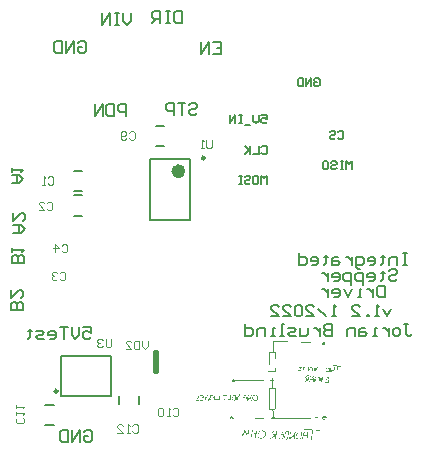
<source format=gbo>
G04*
G04 #@! TF.GenerationSoftware,Altium Limited,CircuitMaker,2.0.3 (51)*
G04*
G04 Layer_Color=13813960*
%FSLAX24Y24*%
%MOIN*%
G70*
G04*
G04 #@! TF.SameCoordinates,C005A906-C81D-4AB5-B832-F2193FDFF32C*
G04*
G04*
G04 #@! TF.FilePolarity,Positive*
G04*
G01*
G75*
%ADD10C,0.0098*%
%ADD11C,0.0079*%
%ADD12C,0.0100*%
%ADD13C,0.0039*%
%ADD88C,0.0236*%
%ADD89C,0.0059*%
G36*
X21499Y13327D02*
X21538D01*
X21778Y13321D01*
X21970D01*
X21997Y13316D01*
X22030D01*
X22052Y13310D01*
X22172D01*
X22489Y13294D01*
X22593D01*
X22609Y13288D01*
X22724D01*
X22784Y13283D01*
X23107D01*
X23123Y13288D01*
X23145Y13305D01*
X23151Y13310D01*
X23162D01*
X23178Y13305D01*
X23184D01*
X23189Y13299D01*
X23211Y13283D01*
Y13277D01*
X23216Y13250D01*
Y13239D01*
X23211Y13223D01*
X23194Y13212D01*
X23189Y13206D01*
X23173Y13201D01*
X23123D01*
X23112Y13212D01*
X23101Y13223D01*
X23096Y13239D01*
Y13261D01*
X23041D01*
X23025Y13267D01*
X23009D01*
X22998Y13272D01*
X22637D01*
X22172Y13288D01*
X22145D01*
X22139Y13294D01*
X22101D01*
X21833Y13299D01*
X21811D01*
X21789Y13305D01*
X21499D01*
X21494Y13299D01*
Y13294D01*
Y13272D01*
X21488Y12999D01*
Y12993D01*
Y12982D01*
Y12971D01*
X21483Y12960D01*
Y12955D01*
X21521D01*
X21543Y12960D01*
X21554D01*
X21565Y12955D01*
X21570Y12949D01*
Y12938D01*
X21565Y12922D01*
X21560Y12911D01*
Y12889D01*
Y12873D01*
Y12846D01*
Y12840D01*
Y12835D01*
Y12807D01*
Y12780D01*
X21554Y12774D01*
Y12769D01*
Y12764D01*
Y12753D01*
X21549Y12736D01*
Y12714D01*
Y12681D01*
Y12643D01*
Y12594D01*
Y12589D01*
Y12572D01*
Y12545D01*
Y12517D01*
Y12457D01*
X21554Y12435D01*
Y12419D01*
Y12414D01*
Y12408D01*
X21560Y12375D01*
Y12370D01*
Y12364D01*
X21570Y12337D01*
Y12332D01*
X21565Y12326D01*
X21554Y12321D01*
X21549Y12315D01*
X21543Y12310D01*
X21527Y12304D01*
X21494Y12299D01*
X21450D01*
Y12200D01*
Y12195D01*
Y12189D01*
Y12157D01*
Y12124D01*
X21456Y12113D01*
Y12102D01*
X21461Y12091D01*
X21467Y12080D01*
X21483Y12064D01*
X21505Y12042D01*
Y12025D01*
Y12020D01*
X21499Y12009D01*
X21488Y11998D01*
X21477Y11993D01*
X21472D01*
X21467Y11982D01*
Y11971D01*
Y11965D01*
X21461Y11954D01*
Y11938D01*
Y11905D01*
Y11757D01*
X21494D01*
Y11763D01*
X21516D01*
Y11768D01*
X21543D01*
X21560Y11763D01*
X21570Y11757D01*
X21576Y11752D01*
X21570Y11741D01*
X21565Y11736D01*
Y11725D01*
Y11708D01*
Y11703D01*
Y11692D01*
X21560Y11659D01*
Y11648D01*
Y11637D01*
X21554Y11621D01*
X21554Y11593D01*
Y11555D01*
Y11517D01*
Y11462D01*
Y11457D01*
Y11440D01*
Y11413D01*
Y11380D01*
Y11320D01*
X21560Y11298D01*
Y11282D01*
Y11271D01*
Y11249D01*
Y11232D01*
Y11205D01*
X21565Y11101D01*
Y11096D01*
Y11090D01*
Y11079D01*
X21560Y11074D01*
X21554Y11068D01*
X21543Y11063D01*
X21532Y11057D01*
X21527D01*
X21516Y11052D01*
X21477D01*
Y11047D01*
X21483Y11030D01*
Y11025D01*
X21488Y11014D01*
X21494Y10986D01*
Y10954D01*
Y10943D01*
Y10921D01*
X21488Y10883D01*
X21483Y10839D01*
Y10833D01*
X21488Y10822D01*
X21494Y10811D01*
X21510Y10806D01*
X21516D01*
X21521Y10800D01*
X21532Y10790D01*
X21538Y10773D01*
X21543Y10768D01*
X21598Y10762D01*
X21647D01*
X21658Y10757D01*
X22407D01*
X22670Y10768D01*
X22702D01*
X22708Y10773D01*
X22779D01*
X22801Y10779D01*
X22828D01*
X22845Y10784D01*
X22850D01*
X22855Y10790D01*
X22970D01*
X22992Y10784D01*
X23025Y10779D01*
X23063D01*
X23085Y10784D01*
X23101Y10795D01*
X23118Y10806D01*
X23123Y10811D01*
X23134Y10817D01*
X23140Y10822D01*
X23156Y10828D01*
X23162D01*
X23167Y10833D01*
X23173Y10839D01*
X23205D01*
X23227Y10828D01*
X23233Y10822D01*
X23244Y10817D01*
X23249D01*
Y10811D01*
X23255Y10800D01*
Y10795D01*
Y10773D01*
Y10762D01*
X23249Y10757D01*
X23238Y10740D01*
X23233Y10735D01*
X23216Y10724D01*
X23211D01*
X23194Y10718D01*
X23173D01*
X23151Y10724D01*
X23145Y10729D01*
X23129D01*
X23118Y10740D01*
Y10746D01*
X23107Y10751D01*
X23101Y10757D01*
X23069D01*
X23058Y10762D01*
X22768D01*
X22757Y10757D01*
X22735D01*
X22724Y10751D01*
X22637D01*
X22516Y10746D01*
X22183Y10740D01*
X21915D01*
X21877Y10735D01*
X21827D01*
X21729Y10740D01*
X21652D01*
X21642Y10746D01*
X21620D01*
X21592Y10751D01*
X21560D01*
X21532Y10740D01*
X21516Y10729D01*
X21450D01*
X21434Y10740D01*
X21428Y10746D01*
X21423Y10751D01*
X21412Y10757D01*
X21182D01*
X21155Y10751D01*
X20892D01*
X20871Y10757D01*
X20849D01*
X20827Y10762D01*
X20630D01*
X20586Y10757D01*
X20515D01*
X20504Y10762D01*
X20417D01*
X20395Y10757D01*
X20357D01*
X20253Y10762D01*
X20198D01*
X20154Y10757D01*
X20132Y10751D01*
X20121Y10740D01*
X20116Y10735D01*
X20105Y10729D01*
X20089D01*
X20067Y10735D01*
X20056Y10740D01*
X20050Y10746D01*
X20045Y10762D01*
Y10768D01*
X20039Y10773D01*
X20034Y10784D01*
Y10790D01*
X20039Y10800D01*
X20050Y10811D01*
Y10817D01*
X20061Y10822D01*
X20072Y10828D01*
X20083Y10822D01*
X20094D01*
X20110Y10817D01*
X20116D01*
X20121Y10811D01*
X20127Y10800D01*
X20138Y10779D01*
X20789Y10773D01*
X20892Y10773D01*
X20903Y10768D01*
X21171D01*
X21193Y10773D01*
X21423D01*
X21434Y10779D01*
X21445Y10795D01*
X21461Y10811D01*
Y10981D01*
Y10986D01*
Y10992D01*
Y10997D01*
X21456Y11003D01*
X21450Y11008D01*
X21445Y11025D01*
X21439Y11047D01*
X21335Y11052D01*
X21341Y11304D01*
X21335Y11577D01*
Y11582D01*
Y11599D01*
X21335Y11621D01*
Y11648D01*
Y11703D01*
X21341Y11725D01*
Y11741D01*
Y11746D01*
Y11757D01*
X21346Y11763D01*
X21352D01*
X21439Y11757D01*
Y11987D01*
X21428Y11993D01*
X21423Y11998D01*
X21417Y12003D01*
Y12009D01*
Y12014D01*
X21412Y12020D01*
X21395D01*
X21379Y12025D01*
X21182D01*
X21166Y12020D01*
X21138D01*
X21106Y12014D01*
X20685Y12014D01*
X20646Y12009D01*
X20608D01*
X20592Y12003D01*
X20570D01*
X20548Y12009D01*
X20471D01*
X20466Y12003D01*
X20296D01*
X20285Y12009D01*
X20269D01*
X20247Y12003D01*
X20236D01*
X20220Y11998D01*
X20203D01*
X20193Y11987D01*
X20187D01*
X20182Y11982D01*
X20171Y11976D01*
X20165D01*
X20149Y11965D01*
X20132D01*
X20127Y11971D01*
X20110Y11976D01*
X20105D01*
X20094Y11982D01*
X20089Y11993D01*
X20083Y12009D01*
Y12014D01*
X20089Y12025D01*
X20094Y12036D01*
X20110Y12047D01*
X20116D01*
X20127Y12053D01*
X20138Y12058D01*
X20165D01*
X20171Y12053D01*
X20187Y12047D01*
X20198Y12031D01*
Y12025D01*
X20203Y12020D01*
X20220D01*
X20225Y12025D01*
X20597D01*
X20608Y12031D01*
X20696D01*
X20723Y12025D01*
X20783D01*
X20794Y12031D01*
X20816Y12036D01*
X20898Y12036D01*
X20925Y12031D01*
X21078D01*
X21374Y12042D01*
X21395Y12047D01*
X21412D01*
X21423Y12053D01*
X21428Y12064D01*
Y12069D01*
Y12091D01*
Y12113D01*
Y12135D01*
Y12168D01*
Y12206D01*
X21423Y12299D01*
X21330D01*
X21319Y12304D01*
Y12310D01*
Y12321D01*
X21324Y12332D01*
Y12337D01*
X21330Y12353D01*
Y12359D01*
Y12364D01*
X21335Y12386D01*
Y12392D01*
Y12397D01*
Y12424D01*
X21341Y12621D01*
Y12632D01*
X21346Y12654D01*
X21352Y12676D01*
Y12698D01*
Y12703D01*
Y12714D01*
Y12742D01*
Y12747D01*
Y12753D01*
X21346Y12769D01*
Y12774D01*
X21341Y12785D01*
Y12813D01*
Y12851D01*
Y12856D01*
Y12862D01*
Y12889D01*
Y12922D01*
Y12944D01*
X21346Y12955D01*
X21450D01*
X21456Y12960D01*
X21461Y12966D01*
X21456Y12971D01*
Y12988D01*
Y12993D01*
Y13004D01*
Y13021D01*
X21461Y13042D01*
Y13070D01*
Y13108D01*
Y13152D01*
Y13157D01*
Y13174D01*
Y13195D01*
Y13223D01*
Y13272D01*
X21456Y13294D01*
Y13305D01*
Y13310D01*
X21450Y13316D01*
X21456Y13327D01*
X21477Y13332D01*
X21499Y13327D01*
D02*
G37*
G36*
X23506Y12523D02*
X23588D01*
X23621Y12517D01*
X23648D01*
X23659Y12512D01*
X23719D01*
X23730Y12507D01*
X23736Y12501D01*
Y12496D01*
X23730Y12490D01*
X23719Y12485D01*
X23681D01*
X23676Y12490D01*
X23648D01*
X23643Y12485D01*
X23637Y12479D01*
Y12468D01*
Y12457D01*
X23632Y12446D01*
X23626Y12441D01*
Y12435D01*
Y12419D01*
Y12408D01*
X23621Y12386D01*
Y12381D01*
X23615Y12375D01*
X23610Y12342D01*
Y12337D01*
X23605Y12332D01*
Y12321D01*
X23599Y12315D01*
X23594D01*
X23588Y12326D01*
X23583Y12342D01*
Y12348D01*
X23588Y12353D01*
X23594Y12370D01*
Y12375D01*
X23599Y12397D01*
Y12403D01*
Y12408D01*
X23605Y12424D01*
Y12430D01*
Y12435D01*
X23610Y12463D01*
Y12468D01*
Y12474D01*
Y12485D01*
Y12490D01*
X23605Y12496D01*
X23594Y12507D01*
X23484Y12512D01*
X23473D01*
X23462Y12517D01*
X23457Y12523D01*
Y12528D01*
X23490D01*
X23506Y12523D01*
D02*
G37*
G36*
X22456Y12474D02*
X22462D01*
X22489Y12468D01*
X22500D01*
X22516Y12463D01*
X22522D01*
X22533Y12457D01*
X22549D01*
X22560Y12452D01*
X22566Y12446D01*
Y12441D01*
X22560Y12435D01*
X22549Y12430D01*
X22538D01*
X22527Y12435D01*
X22505D01*
X22495Y12424D01*
Y12408D01*
X22489Y12386D01*
Y12381D01*
X22484Y12375D01*
Y12364D01*
Y12359D01*
X22478Y12342D01*
X22473Y12337D01*
X22462D01*
X22445Y12332D01*
X22429D01*
X22396Y12342D01*
X22380D01*
X22369Y12337D01*
X22336D01*
X22320Y12342D01*
X22314Y12353D01*
Y12359D01*
X22325Y12375D01*
X22363Y12414D01*
Y12419D01*
X22374Y12424D01*
X22391Y12435D01*
Y12441D01*
X22385D01*
X22380Y12446D01*
X22347D01*
X22352Y12457D01*
X22358Y12463D01*
X22369Y12468D01*
X22396D01*
X22418Y12474D01*
X22429Y12479D01*
X22440D01*
X22456Y12474D01*
D02*
G37*
G36*
X23528Y12430D02*
Y12424D01*
Y12414D01*
Y12397D01*
X23523Y12381D01*
X23517Y12370D01*
Y12348D01*
X23512Y12342D01*
X23506Y12332D01*
X23495Y12321D01*
X23484Y12326D01*
X23479Y12332D01*
X23457Y12353D01*
X23446Y12342D01*
X23441Y12337D01*
X23430Y12321D01*
X23413Y12304D01*
X23391Y12299D01*
X23386D01*
X23375Y12304D01*
X23369Y12315D01*
X23364Y12326D01*
Y12332D01*
Y12337D01*
Y12342D01*
X23358Y12332D01*
X23348Y12321D01*
X23337Y12315D01*
X23315Y12304D01*
X23309D01*
X23298Y12299D01*
X23282D01*
X23271Y12304D01*
X23255Y12310D01*
X23249Y12315D01*
X23244D01*
Y12321D01*
X23233D01*
Y12332D01*
X23222Y12353D01*
Y12359D01*
Y12370D01*
Y12386D01*
X23227Y12403D01*
Y12408D01*
X23233Y12419D01*
X23244Y12435D01*
X23255Y12446D01*
X23304Y12468D01*
X23309D01*
X23320Y12463D01*
X23331Y12452D01*
X23342Y12441D01*
X23353Y12419D01*
Y12414D01*
X23364Y12403D01*
X23369Y12397D01*
X23375D01*
Y12408D01*
Y12414D01*
X23380Y12424D01*
Y12430D01*
X23386Y12441D01*
Y12446D01*
X23391Y12452D01*
X23397Y12457D01*
X23408Y12463D01*
X23413Y12457D01*
X23419Y12452D01*
X23413Y12435D01*
X23397Y12408D01*
Y12403D01*
X23391Y12386D01*
X23386Y12348D01*
Y12342D01*
Y12337D01*
X23391Y12332D01*
X23397Y12326D01*
X23402D01*
X23419Y12332D01*
X23424Y12337D01*
X23430Y12353D01*
Y12359D01*
X23435Y12370D01*
X23446Y12381D01*
X23457Y12375D01*
X23468Y12370D01*
X23473D01*
X23479Y12364D01*
X23490Y12359D01*
X23495D01*
Y12370D01*
X23501Y12392D01*
Y12419D01*
Y12468D01*
X23528D01*
Y12430D01*
D02*
G37*
G36*
X22834Y12517D02*
X22839Y12507D01*
X22845Y12496D01*
X22850Y12474D01*
Y12468D01*
Y12457D01*
Y12441D01*
X22855Y12430D01*
Y12424D01*
Y12403D01*
Y12397D01*
X22861Y12381D01*
X22872D01*
X22877Y12386D01*
X22888Y12403D01*
X22905Y12424D01*
Y12430D01*
X22910Y12435D01*
Y12441D01*
X22916D01*
Y12446D01*
X22921Y12452D01*
X22932Y12485D01*
X22937Y12490D01*
X22943Y12485D01*
X22948Y12479D01*
X22959Y12474D01*
X22927Y12424D01*
X22921Y12419D01*
Y12414D01*
X22899Y12364D01*
Y12359D01*
X22888Y12353D01*
X22883D01*
X22877Y12348D01*
Y12337D01*
X22872Y12332D01*
X22855D01*
X22850Y12337D01*
X22845Y12348D01*
X22839Y12359D01*
Y12375D01*
X22834Y12386D01*
Y12403D01*
Y12424D01*
Y12430D01*
Y12446D01*
Y12463D01*
X22828Y12474D01*
X22823Y12479D01*
Y12501D01*
Y12507D01*
Y12512D01*
Y12523D01*
X22828D01*
X22834Y12517D01*
D02*
G37*
G36*
X22664Y12457D02*
Y12446D01*
X22670Y12424D01*
Y12397D01*
Y12392D01*
Y12375D01*
X22664Y12359D01*
X22659Y12342D01*
X22653D01*
X22648Y12337D01*
X22626Y12332D01*
X22582D01*
X22566Y12337D01*
X22549Y12342D01*
X22544Y12348D01*
Y12353D01*
X22609D01*
X22626Y12359D01*
X22642Y12375D01*
Y12381D01*
X22648Y12397D01*
X22653Y12414D01*
X22648Y12435D01*
Y12441D01*
X22642Y12452D01*
Y12457D01*
X22648Y12463D01*
X22664D01*
Y12457D01*
D02*
G37*
G36*
X22768Y12463D02*
X22773Y12457D01*
X22779Y12452D01*
X22790Y12441D01*
X22795Y12430D01*
Y12419D01*
X22801Y12408D01*
Y12386D01*
Y12381D01*
Y12375D01*
Y12364D01*
X22795Y12359D01*
X22784Y12342D01*
X22779Y12337D01*
X22768Y12332D01*
X22746Y12326D01*
X22724D01*
X22708Y12332D01*
X22702Y12337D01*
X22691Y12353D01*
Y12359D01*
X22686Y12364D01*
Y12375D01*
Y12386D01*
Y12414D01*
Y12419D01*
X22691Y12430D01*
X22702Y12446D01*
X22719Y12457D01*
X22724Y12463D01*
X22735Y12468D01*
X22752D01*
X22768Y12463D01*
D02*
G37*
G36*
X22746Y12151D02*
X22752D01*
X22762Y12146D01*
X22768D01*
X22779Y12140D01*
X22784D01*
X22795Y12135D01*
Y12140D01*
X22801Y12146D01*
Y12151D01*
Y12157D01*
X22845D01*
X22855Y12151D01*
X22872D01*
X22894Y12146D01*
X22927D01*
X22943Y12140D01*
X22954D01*
X22965Y12135D01*
X22992D01*
X22998Y12129D01*
X23003Y12124D01*
X22998Y12118D01*
X22981Y12113D01*
X22970D01*
X22959Y12118D01*
X22954Y12124D01*
X22910D01*
Y12096D01*
Y12091D01*
Y12080D01*
Y12064D01*
X22905Y12053D01*
X22899Y12047D01*
Y12036D01*
X22894Y12031D01*
X22888Y12014D01*
X22877Y11993D01*
X22872D01*
X22866Y11987D01*
X22855Y11982D01*
X22850D01*
X22861Y12014D01*
X22866Y12020D01*
X22877Y12031D01*
Y12036D01*
X22883Y12047D01*
Y12053D01*
Y12064D01*
X22888Y12085D01*
Y12091D01*
Y12107D01*
Y12118D01*
X22883Y12129D01*
X22877Y12135D01*
X22823D01*
X22817Y12129D01*
Y12124D01*
Y12118D01*
X22823Y12113D01*
Y12091D01*
Y12058D01*
X22828Y12053D01*
X22839Y12047D01*
X22845Y12042D01*
X22834Y12036D01*
X22828D01*
X22823Y12025D01*
Y12014D01*
Y12009D01*
Y12003D01*
Y11993D01*
X22817Y11987D01*
X22812Y11976D01*
X22806Y11965D01*
X22790Y11954D01*
X22752D01*
X22730Y11960D01*
X22724D01*
X22719Y11965D01*
X22708Y11971D01*
X22702Y11976D01*
X22680D01*
X22675Y11982D01*
X22670Y11987D01*
Y11998D01*
X22686D01*
X22691Y11993D01*
X22708D01*
X22724Y11982D01*
X22735Y11976D01*
X22768D01*
X22784Y11982D01*
X22790Y11998D01*
X22795Y12014D01*
X22801Y12031D01*
X22757Y12042D01*
X22752Y12047D01*
X22730D01*
X22724Y12053D01*
X22719Y12058D01*
X22724Y12069D01*
X22730Y12075D01*
X22735Y12069D01*
X22741Y12064D01*
X22746Y12058D01*
X22773D01*
X22790Y12053D01*
X22795Y12058D01*
X22801Y12069D01*
X22806Y12085D01*
Y12091D01*
X22801Y12107D01*
Y12113D01*
X22795Y12118D01*
X22784Y12124D01*
X22773D01*
X22757Y12129D01*
X22735Y12140D01*
X22730Y12146D01*
X22713D01*
X22708Y12151D01*
Y12157D01*
X22713Y12162D01*
X22735D01*
X22746Y12151D01*
D02*
G37*
G36*
X23216D02*
X23315D01*
X23326Y12135D01*
Y12129D01*
X23331Y12124D01*
X23337Y12113D01*
X23342Y12102D01*
Y12096D01*
X23348Y12091D01*
Y12085D01*
X23353Y12075D01*
Y12058D01*
Y12053D01*
Y12042D01*
Y12031D01*
X23348Y12020D01*
X23342Y12014D01*
Y11998D01*
X23337Y11993D01*
X23326Y11976D01*
X23309Y11949D01*
X23222D01*
X23211Y11954D01*
X23205Y11960D01*
X23173D01*
X23156Y11971D01*
X23145Y11976D01*
X23140Y11982D01*
X23134D01*
Y11987D01*
X23173D01*
X23178Y11982D01*
X23189D01*
X23211Y11976D01*
X23255Y11971D01*
X23276D01*
X23298Y11976D01*
X23315Y11993D01*
X23320Y11998D01*
X23326Y12009D01*
Y12020D01*
X23320Y12025D01*
X23304D01*
Y12031D01*
Y12036D01*
X23276D01*
X23266Y12042D01*
X23260Y12047D01*
X23233D01*
X23227Y12053D01*
X23233Y12058D01*
X23238Y12064D01*
X23244D01*
X23249Y12058D01*
X23266D01*
X23276Y12053D01*
X23287D01*
X23304Y12047D01*
X23326D01*
Y12053D01*
Y12069D01*
Y12075D01*
X23320Y12096D01*
X23304Y12113D01*
X23276Y12124D01*
X23266D01*
X23255Y12129D01*
X23249Y12135D01*
X23211D01*
X23200Y12140D01*
X23194Y12146D01*
Y12151D01*
X23200Y12157D01*
X23216Y12151D01*
D02*
G37*
G36*
X23041Y12168D02*
Y12162D01*
Y12151D01*
Y12124D01*
X23036Y12118D01*
Y12102D01*
X23030Y12096D01*
X23025Y12085D01*
X23019D01*
Y12075D01*
Y12069D01*
X23014Y12053D01*
Y12047D01*
Y12042D01*
X23019D01*
X23030Y12047D01*
X23047Y12058D01*
X23069Y12075D01*
X23074Y12080D01*
X23085Y12096D01*
X23096Y12113D01*
X23107Y12124D01*
Y12129D01*
Y12135D01*
X23118Y12140D01*
X23140D01*
Y12129D01*
Y12118D01*
X23134Y12107D01*
X23129Y12091D01*
Y12085D01*
Y12075D01*
X23123Y12069D01*
Y12053D01*
X23118Y12047D01*
Y12036D01*
X23096Y11987D01*
X23091Y11982D01*
X23085Y11976D01*
X23074Y11982D01*
X23069Y11987D01*
X23063Y11993D01*
X23069Y11998D01*
X23074Y12003D01*
X23080Y12009D01*
X23091Y12025D01*
Y12031D01*
X23096Y12036D01*
Y12042D01*
X23107Y12053D01*
Y12058D01*
Y12064D01*
Y12075D01*
X23101Y12080D01*
X23096Y12085D01*
X23091Y12080D01*
X23085Y12069D01*
X23074Y12058D01*
X23063Y12047D01*
X23030Y12020D01*
X23025Y12014D01*
X23014Y12003D01*
X23003Y11998D01*
X22998D01*
Y12003D01*
Y12009D01*
Y12036D01*
Y12042D01*
Y12053D01*
Y12064D01*
X23003Y12069D01*
Y12075D01*
X23009Y12085D01*
Y12091D01*
X23014Y12102D01*
Y12107D01*
X23019Y12118D01*
Y12124D01*
X23025Y12135D01*
X23030Y12140D01*
Y12151D01*
X23036Y12162D01*
Y12168D01*
Y12173D01*
X23041Y12168D01*
D02*
G37*
G36*
X22675Y12189D02*
X22680Y12173D01*
X22686Y12168D01*
Y12162D01*
Y12151D01*
X22680Y12146D01*
X22675Y12129D01*
Y12124D01*
Y12118D01*
X22670Y12113D01*
Y12107D01*
Y12091D01*
Y12085D01*
X22664Y12080D01*
X22659Y12053D01*
X22653Y12042D01*
X22648Y12031D01*
Y12009D01*
Y12003D01*
Y11993D01*
X22642Y11982D01*
X22637Y11976D01*
X22631Y11982D01*
X22626Y11993D01*
Y12014D01*
Y12020D01*
X22620Y12031D01*
X22609D01*
X22604Y12025D01*
X22593Y12014D01*
X22587Y12009D01*
X22582Y12003D01*
X22571Y11993D01*
X22560Y11987D01*
X22555Y11982D01*
X22533Y11976D01*
X22516Y11965D01*
X22500Y11960D01*
X22495D01*
X22478Y11954D01*
X22467Y11949D01*
X22462D01*
X22456Y11954D01*
X22462Y11960D01*
Y11965D01*
X22467Y11971D01*
X22473Y11976D01*
X22484D01*
X22495Y11982D01*
X22522Y11993D01*
X22555Y12003D01*
X22560D01*
X22566Y12009D01*
X22582Y12020D01*
Y12025D01*
X22587Y12031D01*
X22593Y12042D01*
X22598Y12053D01*
X22582Y12069D01*
X22577Y12075D01*
X22560Y12096D01*
X22549Y12118D01*
Y12129D01*
X22555Y12135D01*
X22560Y12146D01*
Y12151D01*
X22566Y12157D01*
X22571Y12162D01*
X22582Y12168D01*
X22587Y12173D01*
X22598Y12178D01*
Y12184D01*
X22604D01*
X22615Y12189D01*
X22626Y12195D01*
X22670D01*
X22675Y12189D01*
D02*
G37*
G36*
X19881Y11539D02*
X19897Y11528D01*
X19908D01*
X19925Y11522D01*
X19941Y11511D01*
X19952Y11500D01*
X19946Y11495D01*
X19936D01*
X19925Y11500D01*
X19919Y11506D01*
X19903D01*
X19892Y11500D01*
X19886Y11489D01*
Y11473D01*
Y11468D01*
Y11457D01*
X19881Y11418D01*
X19875Y11391D01*
Y11386D01*
X19870Y11380D01*
X19859Y11369D01*
X19854Y11364D01*
X19848Y11358D01*
X19843D01*
X19837Y11364D01*
Y11369D01*
Y11375D01*
X19843Y11380D01*
X19848Y11402D01*
Y11407D01*
X19854Y11413D01*
X19859Y11440D01*
Y11446D01*
Y11451D01*
Y11479D01*
X19864Y11484D01*
Y11500D01*
X19859Y11511D01*
X19848Y11517D01*
X19815D01*
X19804Y11522D01*
Y11528D01*
Y11533D01*
Y11539D01*
X19810Y11544D01*
X19875D01*
X19881Y11539D01*
D02*
G37*
G36*
X19148Y11522D02*
X19154Y11517D01*
X19159Y11506D01*
X19165Y11495D01*
Y11489D01*
X19170Y11484D01*
X19175Y11468D01*
X19181Y11446D01*
Y11440D01*
Y11429D01*
X19175Y11391D01*
X19170Y11375D01*
X19165Y11369D01*
X19154Y11364D01*
X19143Y11358D01*
X19132Y11353D01*
X19126D01*
X19115Y11347D01*
X19077D01*
X19066Y11353D01*
X19050Y11358D01*
X19044Y11364D01*
X19039Y11369D01*
Y11375D01*
Y11380D01*
X19044Y11375D01*
X19050D01*
X19066Y11369D01*
X19077D01*
X19099Y11364D01*
X19115D01*
X19121Y11369D01*
X19132D01*
X19137Y11375D01*
X19148Y11386D01*
X19159Y11407D01*
X19170Y11424D01*
X19159Y11435D01*
X19154Y11440D01*
X19148Y11446D01*
X19099Y11457D01*
X19093D01*
X19088Y11462D01*
X19083Y11468D01*
Y11473D01*
X19088Y11479D01*
X19099D01*
X19104Y11473D01*
X19132Y11468D01*
X19148D01*
X19154Y11473D01*
X19148Y11479D01*
X19143Y11489D01*
X19137Y11495D01*
X19132Y11506D01*
X19126Y11511D01*
X19028D01*
Y11517D01*
X19033Y11522D01*
X19050Y11528D01*
X19083Y11533D01*
X19132D01*
X19148Y11522D01*
D02*
G37*
G36*
X20526Y11462D02*
X20537D01*
X20548Y11457D01*
X20553Y11446D01*
X20548Y11440D01*
X20537Y11429D01*
X20521D01*
X20515Y11435D01*
X20510Y11440D01*
X20493Y11446D01*
X20488D01*
X20482Y11457D01*
Y11462D01*
X20488Y11468D01*
X20510D01*
X20526Y11462D01*
D02*
G37*
G36*
X20367Y11550D02*
X20373Y11544D01*
X20367Y11539D01*
X20362Y11522D01*
X20357Y11517D01*
X20351Y11511D01*
X20346Y11500D01*
X20340Y11495D01*
X20335Y11484D01*
X20329Y11479D01*
Y11468D01*
Y11462D01*
X20324Y11457D01*
X20318D01*
Y11446D01*
Y11440D01*
X20313Y11429D01*
X20307Y11424D01*
Y11418D01*
X20285Y11380D01*
X20275Y11364D01*
X20269D01*
X20264Y11358D01*
X20258Y11364D01*
X20253Y11369D01*
Y11375D01*
X20247Y11391D01*
X20242Y11407D01*
Y11413D01*
X20236Y11424D01*
X20231Y11413D01*
Y11402D01*
Y11391D01*
X20225Y11380D01*
X20214Y11369D01*
X20209Y11364D01*
X20193Y11353D01*
X20171D01*
X20165Y11358D01*
X20149D01*
X20138Y11364D01*
X20132Y11369D01*
X20127D01*
X20116Y11375D01*
X20110Y11380D01*
X20105Y11391D01*
Y11397D01*
X20100Y11402D01*
X20094Y11413D01*
Y11429D01*
X20100Y11457D01*
X20105Y11462D01*
X20110Y11484D01*
X20127Y11500D01*
X20149Y11522D01*
X20154Y11528D01*
X20165Y11533D01*
X20176D01*
X20198Y11522D01*
X20203Y11517D01*
X20214Y11511D01*
X20225Y11495D01*
X20231Y11479D01*
Y11473D01*
X20236Y11468D01*
X20242Y11473D01*
Y11479D01*
Y11484D01*
Y11506D01*
Y11511D01*
X20236Y11517D01*
Y11522D01*
Y11528D01*
Y11544D01*
Y11550D01*
X20247Y11555D01*
X20253D01*
Y11517D01*
Y11511D01*
Y11506D01*
X20258Y11479D01*
X20264Y11435D01*
Y11429D01*
X20269Y11413D01*
Y11402D01*
X20275D01*
Y11407D01*
X20291Y11446D01*
Y11451D01*
X20296D01*
X20302Y11457D01*
X20307Y11468D01*
Y11473D01*
X20313Y11479D01*
Y11484D01*
X20318Y11489D01*
X20329Y11517D01*
Y11522D01*
X20335Y11528D01*
X20346Y11550D01*
X20351Y11555D01*
X20357D01*
X20367Y11550D01*
D02*
G37*
G36*
X20067Y11533D02*
Y11511D01*
Y11489D01*
Y11468D01*
Y11462D01*
Y11457D01*
Y11429D01*
Y11402D01*
X20061Y11380D01*
X20056Y11375D01*
X20050Y11369D01*
X20039D01*
X20034Y11375D01*
X20023Y11380D01*
X20018D01*
X19996Y11386D01*
X19990D01*
X19985Y11391D01*
X19957Y11402D01*
X19952D01*
X19941Y11407D01*
X19936D01*
Y11413D01*
X19941Y11418D01*
X19979D01*
X20001Y11413D01*
X20007D01*
X20018Y11407D01*
X20023D01*
X20028Y11402D01*
X20034D01*
X20039Y11413D01*
X20045Y11424D01*
Y11440D01*
Y11446D01*
Y11457D01*
Y11468D01*
X20050Y11479D01*
Y11484D01*
Y11495D01*
Y11522D01*
Y11528D01*
X20045Y11533D01*
Y11544D01*
X20050Y11550D01*
X20067D01*
Y11533D01*
D02*
G37*
G36*
X19711Y11539D02*
Y11522D01*
Y11517D01*
X19706Y11506D01*
X19700Y11495D01*
Y11479D01*
Y11446D01*
Y11435D01*
Y11418D01*
Y11397D01*
X19695Y11386D01*
X19689Y11369D01*
X19684Y11364D01*
X19673D01*
X19657Y11369D01*
X19651D01*
X19640Y11375D01*
X19624Y11380D01*
X19597D01*
X19586Y11386D01*
X19569D01*
X19558Y11391D01*
X19553D01*
X19542Y11397D01*
X19531Y11391D01*
X19525Y11380D01*
Y11369D01*
X19514Y11358D01*
X19432D01*
X19422Y11364D01*
X19416Y11369D01*
X19411D01*
X19405Y11364D01*
Y11358D01*
X19400Y11353D01*
X19394D01*
Y11364D01*
Y11369D01*
Y11380D01*
X19389Y11391D01*
X19383D01*
X19378Y11386D01*
X19367D01*
X19361Y11391D01*
X19350D01*
X19345Y11386D01*
X19340Y11380D01*
X19329Y11369D01*
X19323Y11364D01*
Y11358D01*
X19318Y11353D01*
Y11342D01*
X19312Y11336D01*
X19307D01*
X19301Y11342D01*
Y11353D01*
X19307Y11364D01*
Y11369D01*
X19312Y11380D01*
Y11397D01*
X19307Y11407D01*
X19301Y11413D01*
X19307Y11418D01*
X19329D01*
X19334Y11424D01*
X19340Y11435D01*
X19345Y11446D01*
Y11451D01*
X19356Y11468D01*
X19361Y11484D01*
X19367Y11495D01*
Y11500D01*
Y11511D01*
X19378Y11522D01*
X19389Y11528D01*
X19394D01*
X19400Y11522D01*
Y11511D01*
X19394Y11506D01*
Y11484D01*
Y11479D01*
Y11468D01*
Y11462D01*
X19400Y11446D01*
X19405Y11380D01*
X19432D01*
X19460Y11375D01*
X19498D01*
X19504Y11380D01*
X19509Y11386D01*
Y11391D01*
X19514Y11397D01*
X19520Y11424D01*
Y11429D01*
X19514Y11435D01*
Y11440D01*
X19509Y11446D01*
X19493D01*
X19487Y11451D01*
X19476Y11457D01*
X19471Y11462D01*
Y11468D01*
Y11473D01*
Y11479D01*
X19482D01*
X19493Y11473D01*
X19504Y11468D01*
X19520D01*
X19525Y11473D01*
Y11479D01*
X19520Y11484D01*
X19514Y11489D01*
X19509Y11495D01*
X19498Y11500D01*
X19482D01*
X19476Y11506D01*
X19465Y11511D01*
X19460Y11517D01*
X19432D01*
X19427Y11522D01*
Y11528D01*
X19432Y11533D01*
X19454D01*
X19465Y11528D01*
X19476Y11522D01*
X19482D01*
X19493Y11517D01*
X19509D01*
X19531Y11522D01*
X19553Y11495D01*
Y11489D01*
X19547Y11484D01*
X19542Y11479D01*
X19536Y11468D01*
Y11446D01*
Y11440D01*
Y11429D01*
Y11418D01*
X19542Y11407D01*
X19547D01*
X19564Y11402D01*
X19629Y11397D01*
X19673D01*
X19679Y11402D01*
Y11407D01*
Y11424D01*
Y11435D01*
X19684Y11457D01*
Y11484D01*
Y11495D01*
Y11511D01*
X19689Y11533D01*
X19695Y11544D01*
X19711D01*
Y11539D01*
D02*
G37*
G36*
X18601Y11402D02*
Y11391D01*
X18590D01*
X18585Y11397D01*
Y11402D01*
Y11407D01*
X18601Y11402D01*
D02*
G37*
G36*
X20526Y11539D02*
X20553D01*
X20559Y11533D01*
X20570Y11522D01*
X20575Y11511D01*
Y11506D01*
X20586Y11484D01*
Y11473D01*
X20592Y11457D01*
Y11435D01*
Y11429D01*
X20586Y11418D01*
X20575Y11380D01*
X20564Y11369D01*
X20548Y11364D01*
X20526Y11358D01*
X20482D01*
X20466Y11364D01*
X20460Y11369D01*
X20455D01*
X20450Y11375D01*
Y11380D01*
X20455Y11386D01*
X20460D01*
X20477Y11380D01*
X20482D01*
X20493Y11375D01*
X20532D01*
X20537Y11380D01*
X20542D01*
X20553Y11386D01*
X20559Y11391D01*
X20564Y11402D01*
Y11413D01*
X20570Y11418D01*
X20575Y11440D01*
Y11446D01*
Y11451D01*
Y11462D01*
X20570Y11468D01*
X20564Y11473D01*
Y11484D01*
Y11489D01*
X20559Y11500D01*
X20548Y11511D01*
X20526Y11517D01*
X20521D01*
X20510Y11522D01*
X20499Y11528D01*
Y11533D01*
Y11539D01*
X20504Y11544D01*
X20521D01*
X20526Y11539D01*
D02*
G37*
G36*
X19214Y11544D02*
Y11539D01*
X19208Y11528D01*
Y11517D01*
Y11506D01*
Y11489D01*
Y11484D01*
Y11473D01*
Y11462D01*
Y11457D01*
Y11451D01*
Y11446D01*
Y11429D01*
Y11424D01*
Y11418D01*
Y11407D01*
X19214Y11402D01*
Y11407D01*
X19225Y11413D01*
X19230Y11418D01*
Y11429D01*
X19236Y11440D01*
X19252Y11462D01*
Y11468D01*
X19257Y11473D01*
Y11479D01*
X19263Y11489D01*
Y11495D01*
X19268Y11506D01*
Y11511D01*
X19279Y11528D01*
X19285Y11533D01*
Y11528D01*
X19290Y11522D01*
Y11517D01*
Y11506D01*
X19285Y11500D01*
X19279Y11489D01*
X19268Y11457D01*
X19263Y11451D01*
X19252Y11424D01*
Y11418D01*
X19247Y11413D01*
X19241Y11402D01*
X19236Y11397D01*
X19230D01*
X19225Y11391D01*
X19219Y11380D01*
X19214Y11375D01*
X19208Y11369D01*
X19203Y11375D01*
Y11380D01*
X19197Y11391D01*
X19192Y11413D01*
Y11451D01*
Y11457D01*
Y11462D01*
Y11489D01*
Y11517D01*
X19197Y11539D01*
Y11544D01*
X19203Y11550D01*
X19208D01*
X19214Y11544D01*
D02*
G37*
G36*
X20920Y11544D02*
X20936Y11533D01*
X20942D01*
X20947Y11528D01*
X20953Y11517D01*
X20958Y11506D01*
X20969Y11495D01*
Y11489D01*
X20974Y11479D01*
Y11457D01*
X20969Y11424D01*
Y11418D01*
X20964Y11397D01*
X20953Y11380D01*
X20942Y11369D01*
X20936D01*
X20931Y11364D01*
X20909Y11353D01*
X20903D01*
X20892Y11347D01*
X20871Y11347D01*
X20849Y11353D01*
X20843Y11358D01*
X20827D01*
X20816Y11364D01*
X20810Y11369D01*
X20799D01*
X20794Y11380D01*
X20789Y11397D01*
X20783Y11402D01*
X20778Y11418D01*
X20772Y11440D01*
X20778Y11468D01*
X20783Y11473D01*
X20789Y11484D01*
Y11495D01*
X20794Y11500D01*
X20805Y11517D01*
Y11522D01*
X20816Y11533D01*
X20827Y11539D01*
X20838Y11544D01*
X20854Y11550D01*
X20903Y11550D01*
X20920Y11544D01*
D02*
G37*
G36*
X20663Y11539D02*
Y11533D01*
X20657Y11528D01*
X20652Y11506D01*
Y11495D01*
X20646Y11484D01*
X20641Y11479D01*
Y11468D01*
Y11451D01*
Y11446D01*
Y11435D01*
Y11424D01*
X20635Y11413D01*
X20630Y11407D01*
Y11402D01*
X20635Y11391D01*
X20641Y11386D01*
X20646Y11391D01*
X20652Y11397D01*
Y11402D01*
X20657Y11413D01*
X20674Y11429D01*
X20696Y11462D01*
X20701Y11468D01*
X20707Y11473D01*
X20717Y11484D01*
X20723Y11489D01*
X20728Y11495D01*
X20739Y11511D01*
X20745Y11517D01*
X20750Y11528D01*
X20761D01*
Y11517D01*
X20756Y11506D01*
X20750Y11500D01*
Y11473D01*
Y11462D01*
X20745Y11446D01*
Y11435D01*
Y11424D01*
Y11407D01*
Y11402D01*
X20750Y11397D01*
X20767Y11375D01*
X20772Y11369D01*
Y11364D01*
X20767Y11353D01*
X20761D01*
X20756Y11347D01*
X20750Y11353D01*
X20739Y11358D01*
Y11364D01*
X20734Y11369D01*
X20728Y11386D01*
Y11407D01*
Y11413D01*
Y11424D01*
X20723Y11440D01*
X20712D01*
X20701Y11429D01*
X20679Y11407D01*
X20663Y11386D01*
X20641Y11364D01*
X20635Y11358D01*
X20630Y11353D01*
X20624Y11347D01*
X20619D01*
X20614Y11353D01*
X20608Y11369D01*
Y11375D01*
Y11380D01*
Y11397D01*
Y11407D01*
Y11429D01*
Y11435D01*
Y11440D01*
X20614Y11451D01*
X20619Y11457D01*
Y11468D01*
X20624Y11489D01*
Y11495D01*
X20630Y11517D01*
X20635Y11533D01*
X20641Y11544D01*
X20663D01*
Y11539D01*
D02*
G37*
G36*
X18995Y11506D02*
X19001D01*
X19006Y11500D01*
X19011Y11489D01*
Y11484D01*
X19001Y11473D01*
X18940Y11397D01*
X18935Y11386D01*
X18929Y11369D01*
X18935Y11364D01*
X18940Y11358D01*
X18968D01*
X18990Y11364D01*
X19011D01*
Y11358D01*
X19006Y11353D01*
X18995Y11347D01*
X18984D01*
X18951Y11342D01*
X18940D01*
X18918Y11353D01*
X18913Y11364D01*
Y11380D01*
X18924Y11402D01*
X18946Y11435D01*
X18968Y11462D01*
X18973Y11468D01*
X18979Y11479D01*
Y11484D01*
X18973Y11489D01*
X18968D01*
X18962Y11495D01*
X18957Y11500D01*
X18962Y11506D01*
X18968Y11511D01*
X18979D01*
X18995Y11506D01*
D02*
G37*
G36*
X22746Y10390D02*
X22762D01*
X22779Y10385D01*
X22850D01*
X22872Y10379D01*
X22894D01*
X22910Y10374D01*
X23036D01*
X23041Y10369D01*
X23047Y10352D01*
Y10347D01*
X23041Y10341D01*
X23019D01*
X23009Y10330D01*
X22998D01*
X22987Y10341D01*
X22981D01*
X22976Y10347D01*
X22959Y10352D01*
X22910D01*
X22888Y10358D01*
X22872Y10363D01*
X22850Y10369D01*
X22845D01*
X22828Y10374D01*
X22812Y10369D01*
X22806Y10363D01*
X22801Y10352D01*
X22795Y10330D01*
X22790Y10319D01*
Y10297D01*
Y10265D01*
Y10254D01*
X22784Y10237D01*
Y10215D01*
X22779Y10199D01*
X22773Y10150D01*
Y10073D01*
Y10068D01*
X22768Y10062D01*
X22757Y10057D01*
X22752Y10051D01*
X22746Y10057D01*
X22741Y10062D01*
Y10068D01*
Y10073D01*
Y10084D01*
X22746Y10095D01*
Y10117D01*
Y10122D01*
Y10133D01*
Y10150D01*
X22752Y10161D01*
Y10166D01*
Y10177D01*
X22757Y10194D01*
Y10221D01*
Y10232D01*
Y10248D01*
X22762Y10270D01*
X22768Y10292D01*
Y10297D01*
Y10308D01*
X22773Y10347D01*
Y10374D01*
X22702D01*
X22686Y10379D01*
X22659D01*
X22637Y10385D01*
X22511D01*
Y10390D01*
X22516D01*
X22533Y10396D01*
X22730D01*
X22746Y10390D01*
D02*
G37*
G36*
X21817Y10297D02*
Y10292D01*
Y10287D01*
X21789D01*
X21778Y10292D01*
X21767D01*
X21740Y10297D01*
X21702D01*
X21685Y10303D01*
X21680D01*
X21685Y10308D01*
X21800D01*
X21817Y10297D01*
D02*
G37*
G36*
X20674Y10385D02*
Y10379D01*
X20679Y10369D01*
Y10363D01*
X20674Y10347D01*
Y10308D01*
Y10287D01*
Y10254D01*
Y10248D01*
Y10243D01*
Y10210D01*
X20679Y10183D01*
Y10166D01*
X20685Y10161D01*
Y10155D01*
Y10139D01*
X20679Y10133D01*
X20674Y10128D01*
X20668Y10133D01*
X20663Y10144D01*
Y10155D01*
X20657Y10281D01*
Y10287D01*
Y10292D01*
X20652D01*
Y10281D01*
X20646Y10276D01*
Y10270D01*
X20608Y10210D01*
X20603Y10204D01*
X20586Y10199D01*
X20581Y10204D01*
X20575Y10215D01*
Y10221D01*
X20570Y10237D01*
Y10243D01*
X20564Y10248D01*
Y10259D01*
Y10265D01*
X20559Y10281D01*
X20548Y10308D01*
Y10314D01*
X20542Y10325D01*
X20532Y10330D01*
X20526Y10319D01*
Y10314D01*
Y10303D01*
X20521D01*
Y10292D01*
X20515Y10287D01*
X20504Y10270D01*
X20499Y10254D01*
Y10248D01*
X20493Y10232D01*
X20488Y10226D01*
Y10215D01*
Y10210D01*
X20477Y10194D01*
X20439Y10133D01*
Y10128D01*
X20433Y10122D01*
X20428D01*
X20422Y10128D01*
X20428Y10144D01*
Y10150D01*
X20433Y10155D01*
X20439Y10161D01*
Y10166D01*
X20444Y10177D01*
X20482Y10259D01*
Y10265D01*
Y10270D01*
X20488Y10281D01*
Y10287D01*
X20493Y10297D01*
Y10303D01*
X20499Y10314D01*
Y10319D01*
X20510Y10330D01*
Y10336D01*
X20515Y10347D01*
Y10352D01*
Y10363D01*
X20521Y10374D01*
X20532Y10379D01*
X20542D01*
X20548Y10374D01*
X20553Y10363D01*
Y10352D01*
X20559Y10336D01*
Y10330D01*
X20564Y10325D01*
X20575Y10276D01*
Y10265D01*
X20586Y10243D01*
X20592Y10232D01*
X20597Y10237D01*
X20603Y10243D01*
X20608Y10248D01*
X20619Y10259D01*
X20624Y10270D01*
X20641Y10319D01*
X20646Y10330D01*
X20652Y10352D01*
Y10358D01*
Y10374D01*
X20663Y10385D01*
X20668Y10390D01*
X20674Y10385D01*
D02*
G37*
G36*
X21844Y10270D02*
Y10254D01*
X21838Y10248D01*
Y10226D01*
Y10215D01*
X21833Y10199D01*
X21827Y10194D01*
Y10177D01*
X21822Y10166D01*
Y10150D01*
X21817Y10144D01*
Y10139D01*
Y10122D01*
X21811Y10112D01*
X21806Y10095D01*
X21800Y10084D01*
Y10079D01*
X21795Y10073D01*
X21784Y10068D01*
X21756Y10062D01*
X21745D01*
X21729Y10068D01*
X21696Y10073D01*
X21669Y10084D01*
Y10090D01*
Y10095D01*
X21696D01*
X21713Y10090D01*
X21718D01*
X21729Y10084D01*
X21751D01*
X21773Y10090D01*
X21784Y10106D01*
X21789Y10133D01*
Y10139D01*
X21795Y10144D01*
X21800Y10172D01*
Y10194D01*
X21773D01*
X21767Y10199D01*
X21756D01*
X21751Y10204D01*
X21740D01*
X21734Y10210D01*
X21729D01*
Y10215D01*
Y10221D01*
X21762D01*
X21773Y10215D01*
X21778D01*
X21789Y10210D01*
X21800Y10215D01*
X21811Y10221D01*
X21817Y10237D01*
Y10243D01*
X21822Y10248D01*
X21827Y10265D01*
Y10270D01*
X21833Y10276D01*
X21844D01*
Y10270D01*
D02*
G37*
G36*
X20805Y10363D02*
Y10352D01*
X20794Y10336D01*
X20789Y10330D01*
X20783Y10308D01*
Y10303D01*
Y10287D01*
X20778Y10281D01*
Y10265D01*
Y10243D01*
X20898Y10254D01*
X20903D01*
X20909Y10259D01*
Y10265D01*
X20914Y10276D01*
Y10281D01*
X20920Y10292D01*
Y10314D01*
Y10341D01*
X20947D01*
Y10319D01*
Y10314D01*
Y10308D01*
Y10297D01*
Y10292D01*
X20942Y10287D01*
X20936Y10270D01*
X20931Y10259D01*
X20925Y10243D01*
X20920Y10237D01*
Y10226D01*
Y10221D01*
X20914Y10210D01*
X20909Y10204D01*
Y10199D01*
Y10183D01*
Y10172D01*
Y10161D01*
X20903D01*
Y10155D01*
X20898Y10144D01*
Y10139D01*
Y10128D01*
X20892Y10112D01*
X20881Y10106D01*
X20871Y10106D01*
X20865Y10112D01*
X20871Y10122D01*
Y10128D01*
X20876Y10139D01*
X20881Y10166D01*
Y10172D01*
Y10183D01*
Y10194D01*
X20887Y10204D01*
Y10210D01*
Y10215D01*
X20876Y10221D01*
X20860Y10221D01*
X20832Y10226D01*
X20827D01*
X20805Y10232D01*
X20778D01*
X20772Y10226D01*
Y10215D01*
Y10199D01*
Y10194D01*
Y10188D01*
Y10177D01*
X20767Y10172D01*
X20761D01*
Y10166D01*
Y10155D01*
Y10150D01*
X20756Y10133D01*
X20750Y10122D01*
X20745D01*
X20739Y10117D01*
X20734Y10122D01*
Y10133D01*
X20739Y10150D01*
Y10155D01*
X20745Y10172D01*
X20750Y10204D01*
Y10210D01*
Y10221D01*
X20756Y10248D01*
Y10254D01*
Y10259D01*
X20761Y10292D01*
Y10297D01*
Y10308D01*
X20767Y10325D01*
X20772Y10336D01*
X20778Y10363D01*
X20783Y10369D01*
X20794Y10374D01*
X20799D01*
X20805Y10363D01*
D02*
G37*
G36*
X21560Y10347D02*
X21565D01*
X21576Y10336D01*
X21592Y10325D01*
X21603Y10308D01*
Y10303D01*
Y10297D01*
Y10270D01*
X21598Y10259D01*
X21592Y10237D01*
Y10232D01*
X21581Y10215D01*
X21576Y10204D01*
Y10188D01*
Y10166D01*
Y10161D01*
Y10150D01*
Y10139D01*
X21570Y10128D01*
X21565Y10122D01*
Y10117D01*
Y10101D01*
Y10095D01*
X21560Y10090D01*
X21549Y10084D01*
X21543Y10090D01*
X21538Y10101D01*
X21543Y10117D01*
Y10122D01*
Y10133D01*
X21549Y10155D01*
Y10161D01*
Y10172D01*
Y10188D01*
X21554Y10194D01*
Y10204D01*
X21560Y10215D01*
Y10232D01*
Y10237D01*
Y10248D01*
X21565Y10259D01*
X21570Y10270D01*
Y10276D01*
Y10281D01*
Y10303D01*
Y10308D01*
X21560Y10314D01*
X21554Y10325D01*
X21538Y10330D01*
X21505D01*
X21488Y10319D01*
X21477Y10303D01*
Y10281D01*
Y10254D01*
X21494Y10237D01*
X21505Y10232D01*
X21510Y10226D01*
X21521Y10221D01*
X21527D01*
Y10215D01*
X21532Y10204D01*
Y10199D01*
X21538Y10183D01*
X21527Y10172D01*
X21521Y10166D01*
X21510Y10144D01*
X21505D01*
X21499Y10139D01*
X21488Y10133D01*
X21483D01*
Y10128D01*
X21477Y10122D01*
X21467Y10117D01*
X21456Y10112D01*
X21450D01*
X21445Y10106D01*
X21434Y10101D01*
X21428Y10095D01*
X21423D01*
X21401Y10090D01*
X21395D01*
X21385Y10084D01*
X21374Y10079D01*
X21368Y10073D01*
X21363Y10079D01*
X21368Y10084D01*
X21374Y10090D01*
X21379D01*
X21385Y10095D01*
X21417Y10112D01*
X21445Y10128D01*
X21483Y10155D01*
X21488Y10161D01*
X21499Y10177D01*
X21510Y10194D01*
X21505Y10199D01*
X21499Y10210D01*
X21494Y10215D01*
X21477Y10226D01*
X21472D01*
X21467Y10232D01*
X21461Y10237D01*
Y10243D01*
Y10248D01*
X21456Y10259D01*
X21450Y10265D01*
Y10287D01*
Y10292D01*
Y10297D01*
X21456Y10308D01*
Y10314D01*
X21461Y10319D01*
Y10325D01*
X21467Y10330D01*
X21477Y10341D01*
X21499Y10352D01*
X21505D01*
X21521Y10358D01*
X21538D01*
X21560Y10347D01*
D02*
G37*
G36*
X21155Y10352D02*
X21166Y10347D01*
X21177Y10341D01*
X21193Y10325D01*
X21199D01*
X21204Y10314D01*
X21215Y10308D01*
X21221Y10297D01*
X21226Y10287D01*
Y10276D01*
Y10259D01*
Y10237D01*
Y10232D01*
Y10221D01*
Y10204D01*
Y10194D01*
X21215Y10177D01*
Y10166D01*
X21210Y10155D01*
X21199Y10139D01*
X21193Y10133D01*
X21182Y10128D01*
X21155Y10106D01*
X21138Y10101D01*
X21133Y10095D01*
X21128D01*
X21111Y10090D01*
X21100D01*
X21078Y10084D01*
X21051D01*
X21040Y10090D01*
X21035Y10095D01*
X21024D01*
X21018Y10101D01*
X21007D01*
X20996Y10112D01*
X20991D01*
X20980Y10117D01*
X20974Y10128D01*
X20958Y10144D01*
Y10177D01*
Y10183D01*
Y10194D01*
Y10210D01*
X20964Y10226D01*
X20969Y10243D01*
Y10248D01*
X20974Y10259D01*
X20980Y10265D01*
X20985Y10276D01*
Y10281D01*
X20991Y10292D01*
X20996Y10308D01*
Y10314D01*
X21007Y10319D01*
X21013Y10325D01*
X21018Y10336D01*
X21029D01*
Y10341D01*
X21040D01*
X21046Y10347D01*
X21062D01*
X21067Y10352D01*
X21084D01*
X21106Y10358D01*
X21138D01*
X21155Y10352D01*
D02*
G37*
G36*
X22423Y10292D02*
Y10287D01*
X22429Y10276D01*
Y10254D01*
Y10248D01*
Y10237D01*
Y10221D01*
Y10210D01*
Y10204D01*
X22418Y10177D01*
X22413Y10172D01*
Y10155D01*
Y10150D01*
X22407Y10128D01*
X22402Y10112D01*
X22396Y10101D01*
X22385Y10079D01*
X22380D01*
X22374Y10073D01*
X22369Y10068D01*
X22358Y10062D01*
X22303D01*
X22287Y10068D01*
X22270Y10073D01*
X22265Y10079D01*
X22248Y10095D01*
X22232Y10106D01*
Y10150D01*
Y10155D01*
Y10172D01*
Y10188D01*
X22238Y10194D01*
Y10199D01*
X22243Y10210D01*
Y10215D01*
X22248Y10221D01*
X22254Y10226D01*
Y10232D01*
X22259Y10243D01*
X22265Y10254D01*
X22281Y10276D01*
Y10281D01*
X22309D01*
Y10276D01*
X22298Y10265D01*
X22281Y10237D01*
X22270Y10221D01*
X22265Y10215D01*
X22254Y10199D01*
X22248Y10172D01*
X22243Y10144D01*
Y10139D01*
X22248Y10128D01*
X22254Y10112D01*
X22270Y10101D01*
X22276Y10095D01*
X22281Y10090D01*
X22298D01*
X22309Y10084D01*
X22314D01*
X22336Y10079D01*
X22358Y10084D01*
X22369Y10095D01*
X22380Y10106D01*
X22385Y10117D01*
X22391Y10139D01*
X22396Y10177D01*
X22402Y10232D01*
Y10292D01*
X22413Y10297D01*
X22418D01*
X22423Y10292D01*
D02*
G37*
G36*
X22522Y10303D02*
Y10292D01*
X22516Y10287D01*
X22511Y10276D01*
X22505Y10265D01*
Y10259D01*
Y10243D01*
X22500Y10232D01*
X22495Y10221D01*
X22489Y10210D01*
X22495Y10204D01*
X22500Y10199D01*
X22522Y10194D01*
X22533D01*
X22544Y10188D01*
X22560D01*
X22593Y10183D01*
X22604D01*
X22609Y10188D01*
Y10199D01*
Y10215D01*
Y10237D01*
Y10297D01*
X22631D01*
X22642Y10292D01*
X22637Y10276D01*
Y10265D01*
Y10254D01*
Y10237D01*
Y10232D01*
X22631Y10221D01*
Y10194D01*
X22626Y10183D01*
Y10172D01*
Y10155D01*
Y10150D01*
Y10139D01*
X22620Y10112D01*
X22609Y10090D01*
Y10084D01*
X22604Y10068D01*
X22598Y10062D01*
X22593D01*
X22587Y10068D01*
Y10073D01*
Y10079D01*
Y10090D01*
X22593Y10101D01*
Y10106D01*
X22598Y10112D01*
X22604Y10139D01*
Y10144D01*
X22598Y10150D01*
X22593Y10161D01*
X22577D01*
X22571Y10166D01*
X22566D01*
X22555Y10172D01*
X22505D01*
X22500Y10177D01*
X22495Y10183D01*
X22489Y10177D01*
X22484Y10166D01*
X22478Y10161D01*
Y10150D01*
Y10144D01*
X22473Y10133D01*
X22467Y10128D01*
Y10117D01*
Y10112D01*
X22462Y10106D01*
X22456Y10101D01*
Y10084D01*
X22451Y10079D01*
X22429D01*
X22451Y10122D01*
Y10128D01*
X22456Y10139D01*
Y10144D01*
X22462Y10155D01*
Y10161D01*
X22467Y10177D01*
Y10183D01*
X22462Y10188D01*
X22456Y10194D01*
X22445D01*
X22440Y10199D01*
X22434D01*
X22440Y10204D01*
X22467D01*
X22473Y10210D01*
X22478Y10226D01*
Y10232D01*
X22484Y10254D01*
Y10259D01*
Y10265D01*
X22489Y10281D01*
Y10287D01*
Y10292D01*
X22500Y10303D01*
X22505Y10308D01*
X22522D01*
Y10303D01*
D02*
G37*
G36*
X22057Y10319D02*
Y10314D01*
X22063Y10303D01*
X22057Y10297D01*
Y10287D01*
Y10265D01*
Y10259D01*
Y10248D01*
X22052Y10221D01*
X22046Y10215D01*
Y10194D01*
Y10183D01*
X22041Y10166D01*
X22035Y10161D01*
Y10133D01*
Y10122D01*
X22030Y10106D01*
Y10101D01*
X22024Y10095D01*
Y10090D01*
X22030Y10084D01*
X22035D01*
X22041Y10090D01*
X22057Y10101D01*
X22074Y10112D01*
X22079Y10117D01*
X22084Y10128D01*
X22106Y10155D01*
X22177Y10243D01*
Y10248D01*
Y10259D01*
Y10265D01*
X22183Y10270D01*
X22188Y10276D01*
X22194Y10287D01*
Y10292D01*
X22205Y10297D01*
X22216D01*
X22221Y10292D01*
X22216Y10281D01*
X22205Y10259D01*
X22194Y10226D01*
Y10122D01*
Y10117D01*
X22199Y10106D01*
Y10101D01*
X22205Y10084D01*
X22199Y10073D01*
X22188Y10062D01*
X22183D01*
X22177Y10068D01*
Y10079D01*
Y10084D01*
Y10090D01*
X22172Y10112D01*
Y10122D01*
Y10139D01*
Y10161D01*
Y10172D01*
Y10188D01*
X22166Y10199D01*
X22161Y10194D01*
Y10188D01*
X22156Y10183D01*
X22139Y10161D01*
X22112Y10122D01*
X22079Y10090D01*
X22074Y10084D01*
X22068Y10079D01*
X22057Y10073D01*
X22052D01*
X22046Y10068D01*
X22024Y10062D01*
X22019Y10068D01*
X22013Y10079D01*
X22008Y10090D01*
Y10095D01*
Y10101D01*
Y10117D01*
X22013Y10128D01*
Y10133D01*
X22019Y10139D01*
X22024Y10161D01*
Y10166D01*
X22030Y10183D01*
Y10188D01*
Y10194D01*
X22035Y10221D01*
Y10226D01*
Y10232D01*
Y10243D01*
X22041Y10248D01*
Y10259D01*
X22046Y10270D01*
Y10287D01*
Y10297D01*
Y10314D01*
X22052Y10325D01*
X22057Y10319D01*
D02*
G37*
G36*
X21991Y10336D02*
X21997Y10330D01*
X22002Y10325D01*
X22008Y10303D01*
X22002Y10292D01*
X21997Y10276D01*
X21991Y10270D01*
Y10243D01*
Y10237D01*
Y10232D01*
X21986Y10210D01*
X21981Y10177D01*
Y10166D01*
X21975Y10155D01*
X21970Y10150D01*
Y10144D01*
Y10128D01*
Y10122D01*
Y10117D01*
Y10106D01*
X21964Y10101D01*
X21959D01*
Y10095D01*
X21953Y10084D01*
X21948Y10079D01*
Y10051D01*
Y10046D01*
X21942Y10040D01*
Y10035D01*
X21937Y10040D01*
X21926Y10051D01*
X21909Y10057D01*
X21904D01*
X21899Y10062D01*
X21877Y10073D01*
X21855Y10095D01*
X21844Y10117D01*
Y10122D01*
Y10128D01*
X21849Y10155D01*
Y10161D01*
Y10166D01*
Y10177D01*
X21855Y10183D01*
Y10188D01*
X21860Y10199D01*
Y10204D01*
X21866Y10221D01*
Y10226D01*
Y10232D01*
X21871Y10243D01*
Y10248D01*
X21877Y10259D01*
Y10265D01*
X21882Y10281D01*
Y10292D01*
X21893Y10303D01*
X21904Y10319D01*
X21909Y10325D01*
X21920Y10330D01*
X21937Y10341D01*
X21975D01*
X21991Y10336D01*
D02*
G37*
%LPC*%
G36*
X23151Y13245D02*
X23129D01*
X23118Y13239D01*
Y13234D01*
X23123Y13228D01*
X23145Y13223D01*
X23162D01*
X23167Y13228D01*
X23162Y13234D01*
X23156D01*
Y13239D01*
X23151Y13245D01*
D02*
G37*
G36*
X21521Y12922D02*
X21368D01*
X21363Y12911D01*
Y12900D01*
Y12895D01*
Y12884D01*
Y12867D01*
Y12846D01*
Y12813D01*
Y12780D01*
Y12692D01*
Y12687D01*
Y12671D01*
Y12654D01*
Y12627D01*
Y12578D01*
X21357Y12556D01*
Y12545D01*
X21352Y12528D01*
Y12507D01*
Y12485D01*
Y12463D01*
Y12359D01*
Y12353D01*
Y12342D01*
Y12332D01*
X21363Y12326D01*
X21379D01*
X21401Y12321D01*
X21532D01*
X21538Y12326D01*
Y12332D01*
Y12337D01*
X21532Y12507D01*
Y12512D01*
Y12523D01*
X21527Y12539D01*
Y12567D01*
Y12632D01*
X21532Y12709D01*
Y12720D01*
Y12742D01*
X21538Y12785D01*
Y12835D01*
Y12840D01*
Y12846D01*
Y12873D01*
Y12900D01*
X21532Y12911D01*
Y12917D01*
X21521Y12922D01*
D02*
G37*
G36*
X20138Y12036D02*
X20127D01*
X20121Y12031D01*
X20127Y12025D01*
X20132D01*
X20138Y12031D01*
Y12036D01*
D02*
G37*
G36*
X20149Y12014D02*
X20138Y12009D01*
X20127Y12003D01*
X20121Y11998D01*
X20127Y11993D01*
X20143D01*
X20149Y11998D01*
X20154Y12003D01*
Y12009D01*
X20149Y12014D01*
D02*
G37*
G36*
X20100Y12009D02*
Y12003D01*
Y11998D01*
X20105Y11993D01*
Y11998D01*
Y12003D01*
X20100Y12009D01*
D02*
G37*
G36*
X21538Y11736D02*
X21456D01*
X21445Y11730D01*
X21439D01*
X21423Y11725D01*
X21417D01*
X21412Y11730D01*
X21385D01*
X21368Y11736D01*
X21357Y11725D01*
X21352Y11719D01*
X21357Y11703D01*
Y11692D01*
X21363Y11675D01*
Y11637D01*
X21363Y11134D01*
Y11123D01*
Y11101D01*
X21368Y11079D01*
Y11074D01*
X21516D01*
X21532Y11079D01*
X21538Y11085D01*
X21543Y11096D01*
Y11112D01*
Y11140D01*
X21538Y11145D01*
Y11161D01*
X21543Y11211D01*
Y11216D01*
Y11222D01*
Y11249D01*
Y11260D01*
Y11271D01*
X21538Y11293D01*
Y11320D01*
Y11353D01*
Y11402D01*
Y11462D01*
Y11468D01*
Y11489D01*
Y11517D01*
Y11555D01*
Y11588D01*
X21538Y11626D01*
X21543Y11654D01*
Y11670D01*
Y11675D01*
Y11686D01*
X21549Y11703D01*
Y11719D01*
Y11725D01*
X21543Y11730D01*
X21538Y11736D01*
D02*
G37*
G36*
X23211Y10817D02*
X23178D01*
X23167Y10806D01*
X23173Y10800D01*
X23184Y10795D01*
X23205D01*
X23211Y10800D01*
X23216Y10811D01*
X23211Y10817D01*
D02*
G37*
G36*
X23145Y10806D02*
X23140Y10800D01*
X23134Y10795D01*
X23145Y10790D01*
X23151Y10795D01*
Y10800D01*
X23145Y10806D01*
D02*
G37*
G36*
X20094Y10806D02*
X20089D01*
Y10800D01*
Y10795D01*
Y10790D01*
X20094Y10784D01*
X20105D01*
Y10790D01*
Y10795D01*
X20100Y10800D01*
X20094Y10806D01*
D02*
G37*
G36*
X21499Y10773D02*
X21494Y10768D01*
Y10762D01*
Y10757D01*
X21499Y10751D01*
X21505D01*
Y10762D01*
X21499Y10768D01*
Y10773D01*
D02*
G37*
G36*
X20067Y10784D02*
X20061D01*
X20056Y10773D01*
Y10768D01*
X20061Y10762D01*
X20072Y10751D01*
X20094D01*
X20100Y10757D01*
X20094Y10762D01*
X20078D01*
X20072Y10768D01*
X20067Y10779D01*
Y10784D01*
D02*
G37*
G36*
X23205Y10773D02*
X23200Y10768D01*
X23194D01*
X23178Y10762D01*
X23134D01*
X23123Y10757D01*
Y10751D01*
X23129Y10746D01*
X23134D01*
X23145Y10740D01*
X23200D01*
X23211Y10746D01*
X23222Y10751D01*
Y10762D01*
X23216Y10768D01*
X23205Y10773D01*
D02*
G37*
G36*
X22462Y12457D02*
X22429D01*
X22413Y12452D01*
Y12446D01*
X22407Y12441D01*
X22402Y12430D01*
X22374Y12397D01*
X22369Y12392D01*
X22358Y12381D01*
X22352Y12370D01*
X22347Y12364D01*
X22352D01*
X22358Y12359D01*
X22407D01*
X22413Y12353D01*
X22418D01*
X22434Y12348D01*
X22451D01*
Y12353D01*
X22456Y12359D01*
X22467Y12386D01*
Y12392D01*
Y12397D01*
X22473Y12419D01*
Y12424D01*
X22478Y12441D01*
X22473Y12452D01*
X22462Y12457D01*
D02*
G37*
G36*
X23287Y12446D02*
X23276Y12441D01*
X23271Y12435D01*
X23266Y12430D01*
X23260D01*
X23255Y12424D01*
X23249Y12408D01*
X23244Y12403D01*
Y12392D01*
Y12370D01*
Y12342D01*
X23255Y12332D01*
X23260Y12326D01*
X23287Y12321D01*
X23298D01*
X23320Y12326D01*
X23326Y12332D01*
X23331Y12342D01*
X23342Y12364D01*
Y12392D01*
Y12397D01*
X23331Y12414D01*
X23315Y12435D01*
X23287Y12446D01*
D02*
G37*
G36*
X22752D02*
X22735D01*
X22724Y12435D01*
X22719D01*
X22713Y12430D01*
X22708Y12424D01*
Y12419D01*
Y12414D01*
X22702Y12408D01*
Y12403D01*
Y12397D01*
Y12381D01*
Y12370D01*
X22713Y12353D01*
X22724D01*
X22735Y12348D01*
X22757D01*
X22762Y12353D01*
X22768Y12359D01*
X22773Y12364D01*
X22779Y12381D01*
Y12386D01*
Y12397D01*
X22773Y12419D01*
X22757Y12441D01*
X22752Y12446D01*
D02*
G37*
G36*
X22653Y12168D02*
X22620D01*
X22609Y12162D01*
X22604D01*
X22598Y12157D01*
X22582Y12146D01*
X22577Y12140D01*
Y12124D01*
Y12113D01*
X22587Y12096D01*
X22593Y12091D01*
X22615Y12075D01*
X22626D01*
X22631Y12085D01*
X22642Y12102D01*
Y12107D01*
X22648Y12118D01*
Y12124D01*
X22659Y12140D01*
Y12146D01*
Y12162D01*
X22653Y12168D01*
D02*
G37*
G36*
X20176Y11506D02*
X20160Y11500D01*
X20154D01*
X20143Y11495D01*
X20132Y11473D01*
X20127Y11468D01*
X20121Y11462D01*
X20116Y11451D01*
Y11446D01*
X20110Y11440D01*
Y11424D01*
X20116Y11407D01*
Y11402D01*
X20121Y11397D01*
X20127Y11386D01*
X20138Y11380D01*
X20143D01*
X20154Y11375D01*
X20165Y11369D01*
X20176Y11375D01*
X20193Y11380D01*
X20198Y11386D01*
X20203Y11397D01*
X20214Y11413D01*
X20220Y11435D01*
Y11440D01*
Y11451D01*
Y11468D01*
X20209Y11484D01*
X20203Y11489D01*
X20193Y11500D01*
X20176Y11506D01*
D02*
G37*
G36*
X19372Y11462D02*
X19367Y11457D01*
Y11451D01*
Y11446D01*
Y11440D01*
X19361Y11429D01*
Y11424D01*
Y11418D01*
X19367D01*
X19383Y11413D01*
X19389D01*
Y11418D01*
Y11424D01*
Y11429D01*
X19383Y11435D01*
X19378Y11446D01*
Y11451D01*
X19372Y11462D01*
D02*
G37*
G36*
X20892Y11533D02*
X20887Y11528D01*
X20881Y11522D01*
X20871Y11517D01*
X20849D01*
X20832Y11511D01*
X20821Y11500D01*
X20816Y11495D01*
X20810Y11484D01*
X20805Y11468D01*
X20799Y11440D01*
Y11413D01*
X20810Y11397D01*
X20821Y11391D01*
X20843Y11375D01*
X20876Y11369D01*
X20892Y11364D01*
X20909Y11369D01*
X20914Y11375D01*
X20925Y11386D01*
X20942Y11413D01*
X20947Y11457D01*
Y11489D01*
X20925Y11506D01*
X20920Y11511D01*
X20909Y11522D01*
X20892Y11533D01*
D02*
G37*
G36*
X21117Y10341D02*
X21111D01*
X21106Y10336D01*
Y10330D01*
Y10319D01*
X21100Y10314D01*
X21095D01*
X21089Y10319D01*
X21084Y10330D01*
Y10336D01*
X21078Y10341D01*
X21073D01*
X21062Y10336D01*
X21040Y10330D01*
X21035D01*
X21029Y10325D01*
X21024Y10314D01*
X21018Y10308D01*
X21007Y10292D01*
X21002Y10287D01*
Y10276D01*
X20996Y10270D01*
Y10259D01*
Y10254D01*
X20991Y10248D01*
X20985Y10243D01*
Y10237D01*
Y10221D01*
X20980Y10210D01*
X20974Y10194D01*
Y10188D01*
Y10177D01*
X20980Y10161D01*
X20985Y10150D01*
X21002Y10128D01*
X21024Y10117D01*
X21029D01*
X21046Y10112D01*
X21117D01*
X21160Y10133D01*
X21166D01*
X21171Y10139D01*
X21182Y10150D01*
Y10155D01*
X21188Y10161D01*
X21193Y10172D01*
Y10177D01*
X21199Y10188D01*
Y10194D01*
X21204Y10210D01*
Y10215D01*
Y10221D01*
Y10248D01*
Y10281D01*
X21188Y10308D01*
X21177Y10319D01*
X21166Y10314D01*
X21160Y10308D01*
Y10292D01*
X21155Y10287D01*
X21144Y10281D01*
X21138Y10287D01*
X21133D01*
Y10292D01*
Y10297D01*
X21138D01*
Y10303D01*
X21144Y10308D01*
X21149Y10314D01*
X21144Y10325D01*
X21138Y10330D01*
X21128Y10336D01*
X21122D01*
X21117Y10341D01*
D02*
G37*
G36*
X21970Y10319D02*
X21937D01*
X21926Y10308D01*
X21920Y10303D01*
X21909Y10292D01*
X21899Y10276D01*
X21893Y10259D01*
Y10254D01*
X21888Y10243D01*
X21882Y10237D01*
Y10221D01*
Y10210D01*
X21877Y10194D01*
X21871Y10188D01*
Y10177D01*
Y10172D01*
X21866Y10155D01*
Y10150D01*
Y10122D01*
Y10112D01*
X21877Y10101D01*
X21899Y10084D01*
X21926Y10068D01*
Y10062D01*
X21931D01*
Y10068D01*
Y10073D01*
Y10079D01*
X21926Y10084D01*
Y10095D01*
Y10101D01*
Y10106D01*
X21931D01*
X21937Y10101D01*
X21942D01*
X21948Y10106D01*
Y10112D01*
Y10117D01*
X21953Y10133D01*
Y10139D01*
X21959Y10155D01*
Y10161D01*
Y10172D01*
X21964Y10177D01*
Y10188D01*
X21970Y10199D01*
Y10215D01*
Y10221D01*
Y10232D01*
Y10243D01*
X21975Y10254D01*
Y10259D01*
Y10265D01*
X21981Y10292D01*
Y10297D01*
X21975Y10303D01*
Y10314D01*
X21970Y10319D01*
D02*
G37*
%LPD*%
D10*
X19193Y19439D02*
G03*
X19193Y19439I-49J0D01*
G01*
D11*
X18711Y17382D02*
Y19390D01*
X17372Y17382D02*
Y19390D01*
X18711D01*
X17372Y17382D02*
X18711D01*
X16329Y11240D02*
Y11516D01*
X16998Y11240D02*
Y11516D01*
X13878Y11220D02*
X14154D01*
X13878Y10551D02*
X14154D01*
X14823Y18189D02*
X15098D01*
X14823Y17520D02*
X15098D01*
X14823Y19016D02*
X15098D01*
X14823Y18346D02*
X15098D01*
X17569Y20512D02*
X17844D01*
X17569Y19843D02*
X17844D01*
X15164Y10299D02*
X15230Y10364D01*
X15361D01*
X15426Y10299D01*
Y10036D01*
X15361Y9971D01*
X15230D01*
X15164Y10036D01*
Y10167D01*
X15295D01*
X15033Y9971D02*
Y10364D01*
X14770Y9971D01*
Y10364D01*
X14639D02*
Y9971D01*
X14442D01*
X14377Y10036D01*
Y10299D01*
X14442Y10364D01*
X14639D01*
X15147Y13789D02*
X15410D01*
Y13593D01*
X15279Y13658D01*
X15213D01*
X15147Y13593D01*
Y13461D01*
X15213Y13396D01*
X15344D01*
X15410Y13461D01*
X15016Y13789D02*
Y13527D01*
X14885Y13396D01*
X14754Y13527D01*
Y13789D01*
X14623D02*
X14360D01*
X14491D01*
Y13396D01*
X14032D02*
X14163D01*
X14229Y13461D01*
Y13593D01*
X14163Y13658D01*
X14032D01*
X13967Y13593D01*
Y13527D01*
X14229D01*
X13835Y13396D02*
X13639D01*
X13573Y13461D01*
X13639Y13527D01*
X13770D01*
X13835Y13593D01*
X13770Y13658D01*
X13573D01*
X13376Y13724D02*
Y13658D01*
X13442D01*
X13311D01*
X13376D01*
Y13461D01*
X13311Y13396D01*
X14964Y23271D02*
X15030Y23336D01*
X15161D01*
X15226Y23271D01*
Y23009D01*
X15161Y22943D01*
X15030D01*
X14964Y23009D01*
Y23140D01*
X15095D01*
X14833Y22943D02*
Y23336D01*
X14570Y22943D01*
Y23336D01*
X14439D02*
Y22943D01*
X14242D01*
X14177Y23009D01*
Y23271D01*
X14242Y23336D01*
X14439D01*
X16575Y20846D02*
Y21240D01*
X16378D01*
X16312Y21174D01*
Y21043D01*
X16378Y20978D01*
X16575D01*
X16181Y21240D02*
Y20846D01*
X15984D01*
X15919Y20912D01*
Y21174D01*
X15984Y21240D01*
X16181D01*
X15788Y20846D02*
Y21240D01*
X15525Y20846D01*
Y21240D01*
X16742Y24272D02*
Y24009D01*
X16611Y23878D01*
X16480Y24009D01*
Y24272D01*
X16349D02*
X16217D01*
X16283D01*
Y23878D01*
X16349D01*
X16217D01*
X16021D02*
Y24272D01*
X15758Y23878D01*
Y24272D01*
X18425Y24321D02*
Y23927D01*
X18228D01*
X18163Y23993D01*
Y24255D01*
X18228Y24321D01*
X18425D01*
X18032D02*
X17900D01*
X17966D01*
Y23927D01*
X18032D01*
X17900D01*
X17704D02*
Y24321D01*
X17507D01*
X17441Y24255D01*
Y24124D01*
X17507Y24058D01*
X17704D01*
X17572D02*
X17441Y23927D01*
X19472Y23307D02*
X19734D01*
Y22913D01*
X19472D01*
X19734Y23110D02*
X19603D01*
X19341Y22913D02*
Y23307D01*
X19078Y22913D01*
Y23307D01*
X18684Y21214D02*
X18750Y21279D01*
X18881D01*
X18947Y21214D01*
Y21148D01*
X18881Y21083D01*
X18750D01*
X18684Y21017D01*
Y20951D01*
X18750Y20886D01*
X18881D01*
X18947Y20951D01*
X18553Y21279D02*
X18291D01*
X18422D01*
Y20886D01*
X18160D02*
Y21279D01*
X17963D01*
X17897Y21214D01*
Y21083D01*
X17963Y21017D01*
X18160D01*
X12756Y18593D02*
X13018D01*
X13149Y18724D01*
X13018Y18855D01*
X12756D01*
X12953D01*
Y18593D01*
X12756Y18986D02*
Y19117D01*
Y19052D01*
X13149D01*
X13084Y18986D01*
X12805Y16939D02*
X13068D01*
X13199Y17070D01*
X13068Y17201D01*
X12805D01*
X13002D01*
Y16939D01*
X12805Y17595D02*
Y17333D01*
X13068Y17595D01*
X13133D01*
X13199Y17529D01*
Y17398D01*
X13133Y17333D01*
X13169Y15925D02*
X12776D01*
Y16122D01*
X12841Y16188D01*
X12907D01*
X12972Y16122D01*
Y15925D01*
Y16122D01*
X13038Y16188D01*
X13104D01*
X13169Y16122D01*
Y15925D01*
X12776Y16319D02*
Y16450D01*
Y16384D01*
X13169D01*
X13104Y16319D01*
X13140Y14380D02*
X12746D01*
Y14577D01*
X12812Y14642D01*
X12877D01*
X12943Y14577D01*
Y14380D01*
Y14577D01*
X13008Y14642D01*
X13074D01*
X13140Y14577D01*
Y14380D01*
X12746Y15036D02*
Y14773D01*
X13008Y15036D01*
X13074D01*
X13140Y14970D01*
Y14839D01*
X13074Y14773D01*
X25935Y16260D02*
X25804D01*
X25869D01*
Y15866D01*
X25935D01*
X25804D01*
X25607D02*
Y16129D01*
X25410D01*
X25345Y16063D01*
Y15866D01*
X25148Y16194D02*
Y16129D01*
X25213D01*
X25082D01*
X25148D01*
Y15932D01*
X25082Y15866D01*
X24689D02*
X24820D01*
X24886Y15932D01*
Y16063D01*
X24820Y16129D01*
X24689D01*
X24623Y16063D01*
Y15997D01*
X24886D01*
X24361Y15735D02*
X24295D01*
X24230Y15801D01*
Y16129D01*
X24426D01*
X24492Y16063D01*
Y15932D01*
X24426Y15866D01*
X24230D01*
X24098Y16129D02*
Y15866D01*
Y15997D01*
X24033Y16063D01*
X23967Y16129D01*
X23902D01*
X23639D02*
X23508D01*
X23442Y16063D01*
Y15866D01*
X23639D01*
X23705Y15932D01*
X23639Y15997D01*
X23442D01*
X23246Y16194D02*
Y16129D01*
X23311D01*
X23180D01*
X23246D01*
Y15932D01*
X23180Y15866D01*
X22786D02*
X22918D01*
X22983Y15932D01*
Y16063D01*
X22918Y16129D01*
X22786D01*
X22721Y16063D01*
Y15997D01*
X22983D01*
X22327Y16260D02*
Y15866D01*
X22524D01*
X22590Y15932D01*
Y16063D01*
X22524Y16129D01*
X22327D01*
X25328Y15663D02*
X25394Y15728D01*
X25525D01*
X25591Y15663D01*
Y15597D01*
X25525Y15531D01*
X25394D01*
X25328Y15466D01*
Y15400D01*
X25394Y15335D01*
X25525D01*
X25591Y15400D01*
X25131Y15663D02*
Y15597D01*
X25197D01*
X25066D01*
X25131D01*
Y15400D01*
X25066Y15335D01*
X24672D02*
X24803D01*
X24869Y15400D01*
Y15531D01*
X24803Y15597D01*
X24672D01*
X24607Y15531D01*
Y15466D01*
X24869D01*
X24475Y15203D02*
Y15597D01*
X24279D01*
X24213Y15531D01*
Y15400D01*
X24279Y15335D01*
X24475D01*
X24082Y15203D02*
Y15597D01*
X23885D01*
X23819Y15531D01*
Y15400D01*
X23885Y15335D01*
X24082D01*
X23491D02*
X23623D01*
X23688Y15400D01*
Y15531D01*
X23623Y15597D01*
X23491D01*
X23426Y15531D01*
Y15466D01*
X23688D01*
X23295Y15597D02*
Y15335D01*
Y15466D01*
X23229Y15531D01*
X23164Y15597D01*
X23098D01*
X25207Y15187D02*
Y14793D01*
X25010D01*
X24944Y14859D01*
Y15121D01*
X25010Y15187D01*
X25207D01*
X24813Y15056D02*
Y14793D01*
Y14924D01*
X24748Y14990D01*
X24682Y15056D01*
X24616D01*
X24420Y14793D02*
X24288D01*
X24354D01*
Y15056D01*
X24420D01*
X24092D02*
X23960Y14793D01*
X23829Y15056D01*
X23501Y14793D02*
X23632D01*
X23698Y14859D01*
Y14990D01*
X23632Y15056D01*
X23501D01*
X23436Y14990D01*
Y14924D01*
X23698D01*
X23304Y15056D02*
Y14793D01*
Y14924D01*
X23239Y14990D01*
X23173Y15056D01*
X23108D01*
X25404Y14416D02*
X25272Y14154D01*
X25141Y14416D01*
X25010Y14154D02*
X24879D01*
X24944D01*
Y14547D01*
X25010Y14482D01*
X24682Y14154D02*
Y14219D01*
X24616D01*
Y14154D01*
X24682D01*
X24092D02*
X24354D01*
X24092Y14416D01*
Y14482D01*
X24157Y14547D01*
X24288D01*
X24354Y14482D01*
X23567Y14154D02*
X23436D01*
X23501D01*
Y14547D01*
X23567Y14482D01*
X23239Y14154D02*
X22977Y14416D01*
X22583Y14154D02*
X22845D01*
X22583Y14416D01*
Y14482D01*
X22649Y14547D01*
X22780D01*
X22845Y14482D01*
X22452D02*
X22386Y14547D01*
X22255D01*
X22189Y14482D01*
Y14219D01*
X22255Y14154D01*
X22386D01*
X22452Y14219D01*
Y14482D01*
X21796Y14154D02*
X22058D01*
X21796Y14416D01*
Y14482D01*
X21861Y14547D01*
X21993D01*
X22058Y14482D01*
X21402Y14154D02*
X21665D01*
X21402Y14416D01*
Y14482D01*
X21468Y14547D01*
X21599D01*
X21665Y14482D01*
X25850Y13907D02*
X25981D01*
X25915D01*
Y13579D01*
X25981Y13514D01*
X26047D01*
X26112Y13579D01*
X25653Y13514D02*
X25522D01*
X25456Y13579D01*
Y13711D01*
X25522Y13776D01*
X25653D01*
X25719Y13711D01*
Y13579D01*
X25653Y13514D01*
X25325Y13776D02*
Y13514D01*
Y13645D01*
X25259Y13711D01*
X25194Y13776D01*
X25128D01*
X24931Y13514D02*
X24800D01*
X24866D01*
Y13776D01*
X24931D01*
X24538D02*
X24407D01*
X24341Y13711D01*
Y13514D01*
X24538D01*
X24604Y13579D01*
X24538Y13645D01*
X24341D01*
X24210Y13514D02*
Y13776D01*
X24013D01*
X23948Y13711D01*
Y13514D01*
X23423Y13907D02*
Y13514D01*
X23226D01*
X23160Y13579D01*
Y13645D01*
X23226Y13711D01*
X23423D01*
X23226D01*
X23160Y13776D01*
Y13842D01*
X23226Y13907D01*
X23423D01*
X23029Y13776D02*
Y13514D01*
Y13645D01*
X22964Y13711D01*
X22898Y13776D01*
X22832D01*
X22636D02*
Y13579D01*
X22570Y13514D01*
X22373D01*
Y13776D01*
X22242Y13514D02*
X22045D01*
X21980Y13579D01*
X22045Y13645D01*
X22176D01*
X22242Y13711D01*
X22176Y13776D01*
X21980D01*
X21848Y13514D02*
X21717D01*
X21783D01*
Y13907D01*
X21848D01*
X21521Y13514D02*
X21389D01*
X21455D01*
Y13776D01*
X21521D01*
X21193Y13514D02*
Y13776D01*
X20996D01*
X20930Y13711D01*
Y13514D01*
X20537Y13907D02*
Y13514D01*
X20733D01*
X20799Y13579D01*
Y13711D01*
X20733Y13776D01*
X20537D01*
D12*
X14286Y11665D02*
G03*
X14286Y11665I-50J0D01*
G01*
X17593Y12307D02*
Y13007D01*
X17493Y12307D02*
X17593D01*
X17493D02*
Y13007D01*
X17593D01*
D13*
X13960Y18783D02*
X14006Y18829D01*
X14098D01*
X14144Y18783D01*
Y18599D01*
X14098Y18553D01*
X14006D01*
X13960Y18599D01*
X13868Y18553D02*
X13776D01*
X13822D01*
Y18829D01*
X13868Y18783D01*
X13931Y17936D02*
X13976Y17982D01*
X14068D01*
X14114Y17936D01*
Y17753D01*
X14068Y17707D01*
X13976D01*
X13931Y17753D01*
X13655Y17707D02*
X13839D01*
X13655Y17890D01*
Y17936D01*
X13701Y17982D01*
X13793D01*
X13839Y17936D01*
X14364Y15604D02*
X14409Y15650D01*
X14501D01*
X14547Y15604D01*
Y15420D01*
X14501Y15374D01*
X14409D01*
X14364Y15420D01*
X14272Y15604D02*
X14226Y15650D01*
X14134D01*
X14088Y15604D01*
Y15558D01*
X14134Y15512D01*
X14180D01*
X14134D01*
X14088Y15466D01*
Y15420D01*
X14134Y15374D01*
X14226D01*
X14272Y15420D01*
X14423Y16519D02*
X14469Y16565D01*
X14560D01*
X14606Y16519D01*
Y16335D01*
X14560Y16289D01*
X14469D01*
X14423Y16335D01*
X14193Y16289D02*
Y16565D01*
X14331Y16427D01*
X14147D01*
X19430Y20050D02*
Y19820D01*
X19384Y19774D01*
X19292D01*
X19246Y19820D01*
Y20050D01*
X19154Y19774D02*
X19062D01*
X19108D01*
Y20050D01*
X19154Y20004D01*
X16677Y20279D02*
X16722Y20325D01*
X16814D01*
X16860Y20279D01*
Y20095D01*
X16814Y20049D01*
X16722D01*
X16677Y20095D01*
X16585D02*
X16539Y20049D01*
X16447D01*
X16401Y20095D01*
Y20279D01*
X16447Y20325D01*
X16539D01*
X16585Y20279D01*
Y20233D01*
X16539Y20187D01*
X16401D01*
X18133Y11066D02*
X18179Y11112D01*
X18271D01*
X18317Y11066D01*
Y10883D01*
X18271Y10837D01*
X18179D01*
X18133Y10883D01*
X18041Y10837D02*
X17950D01*
X17996D01*
Y11112D01*
X18041Y11066D01*
X17812D02*
X17766Y11112D01*
X17674D01*
X17628Y11066D01*
Y10883D01*
X17674Y10837D01*
X17766D01*
X17812Y10883D01*
Y11066D01*
X13133Y10784D02*
X13179Y10738D01*
Y10646D01*
X13133Y10600D01*
X12949D01*
X12904Y10646D01*
Y10738D01*
X12949Y10784D01*
X12904Y10876D02*
Y10968D01*
Y10922D01*
X13179D01*
X13133Y10876D01*
X12904Y11105D02*
Y11197D01*
Y11151D01*
X13179D01*
X13133Y11105D01*
X16785Y10515D02*
X16831Y10561D01*
X16923D01*
X16968Y10515D01*
Y10331D01*
X16923Y10285D01*
X16831D01*
X16785Y10331D01*
X16693Y10285D02*
X16601D01*
X16647D01*
Y10561D01*
X16693Y10515D01*
X16280Y10285D02*
X16463D01*
X16280Y10469D01*
Y10515D01*
X16326Y10561D01*
X16417D01*
X16463Y10515D01*
X16073Y13402D02*
Y13172D01*
X16028Y13126D01*
X15936D01*
X15890Y13172D01*
Y13402D01*
X15798Y13356D02*
X15752Y13402D01*
X15660D01*
X15614Y13356D01*
Y13310D01*
X15660Y13264D01*
X15706D01*
X15660D01*
X15614Y13218D01*
Y13172D01*
X15660Y13126D01*
X15752D01*
X15798Y13172D01*
X17293Y13346D02*
Y13163D01*
X17201Y13071D01*
X17110Y13163D01*
Y13346D01*
X17018D02*
Y13071D01*
X16880D01*
X16834Y13117D01*
Y13300D01*
X16880Y13346D01*
X17018D01*
X16559Y13071D02*
X16742D01*
X16559Y13255D01*
Y13300D01*
X16605Y13346D01*
X16696D01*
X16742Y13300D01*
D88*
X18435Y18996D02*
G03*
X18435Y18996I-118J0D01*
G01*
D89*
X14409Y11496D02*
Y12835D01*
X16063D01*
Y11496D02*
Y12835D01*
X14409Y11496D02*
X16063D01*
X22838Y22050D02*
X22884Y22096D01*
X22976D01*
X23022Y22050D01*
Y21867D01*
X22976Y21821D01*
X22884D01*
X22838Y21867D01*
Y21959D01*
X22930D01*
X22746Y21821D02*
Y22096D01*
X22562Y21821D01*
Y22096D01*
X22471D02*
Y21821D01*
X22333D01*
X22287Y21867D01*
Y22050D01*
X22333Y22096D01*
X22471D01*
X21086Y20866D02*
X21270D01*
Y20728D01*
X21178Y20774D01*
X21132D01*
X21086Y20728D01*
Y20636D01*
X21132Y20591D01*
X21224D01*
X21270Y20636D01*
X20994Y20866D02*
Y20682D01*
X20902Y20591D01*
X20811Y20682D01*
Y20866D01*
X20719Y20545D02*
X20535D01*
X20443Y20866D02*
X20351D01*
X20397D01*
Y20591D01*
X20443D01*
X20351D01*
X20214D02*
Y20866D01*
X20030Y20591D01*
Y20866D01*
X23635Y20289D02*
X23681Y20335D01*
X23773D01*
X23819Y20289D01*
Y20105D01*
X23773Y20059D01*
X23681D01*
X23635Y20105D01*
X23360Y20289D02*
X23406Y20335D01*
X23497D01*
X23543Y20289D01*
Y20243D01*
X23497Y20197D01*
X23406D01*
X23360Y20151D01*
Y20105D01*
X23406Y20059D01*
X23497D01*
X23543Y20105D01*
X21086Y19797D02*
X21132Y19842D01*
X21224D01*
X21270Y19797D01*
Y19613D01*
X21224Y19567D01*
X21132D01*
X21086Y19613D01*
X20994Y19842D02*
Y19567D01*
X20811D01*
X20719Y19842D02*
Y19567D01*
Y19659D01*
X20535Y19842D01*
X20673Y19705D01*
X20535Y19567D01*
X24094Y19055D02*
Y19331D01*
X24003Y19239D01*
X23911Y19331D01*
Y19055D01*
X23819Y19331D02*
X23727D01*
X23773D01*
Y19055D01*
X23819D01*
X23727D01*
X23406Y19285D02*
X23452Y19331D01*
X23543D01*
X23589Y19285D01*
Y19239D01*
X23543Y19193D01*
X23452D01*
X23406Y19147D01*
Y19101D01*
X23452Y19055D01*
X23543D01*
X23589Y19101D01*
X23176Y19331D02*
X23268D01*
X23314Y19285D01*
Y19101D01*
X23268Y19055D01*
X23176D01*
X23130Y19101D01*
Y19285D01*
X23176Y19331D01*
X21260Y18573D02*
Y18848D01*
X21168Y18757D01*
X21076Y18848D01*
Y18573D01*
X20847Y18848D02*
X20938D01*
X20984Y18802D01*
Y18619D01*
X20938Y18573D01*
X20847D01*
X20801Y18619D01*
Y18802D01*
X20847Y18848D01*
X20525Y18802D02*
X20571Y18848D01*
X20663D01*
X20709Y18802D01*
Y18757D01*
X20663Y18711D01*
X20571D01*
X20525Y18665D01*
Y18619D01*
X20571Y18573D01*
X20663D01*
X20709Y18619D01*
X20433Y18848D02*
X20341D01*
X20387D01*
Y18573D01*
X20433D01*
X20341D01*
M02*

</source>
